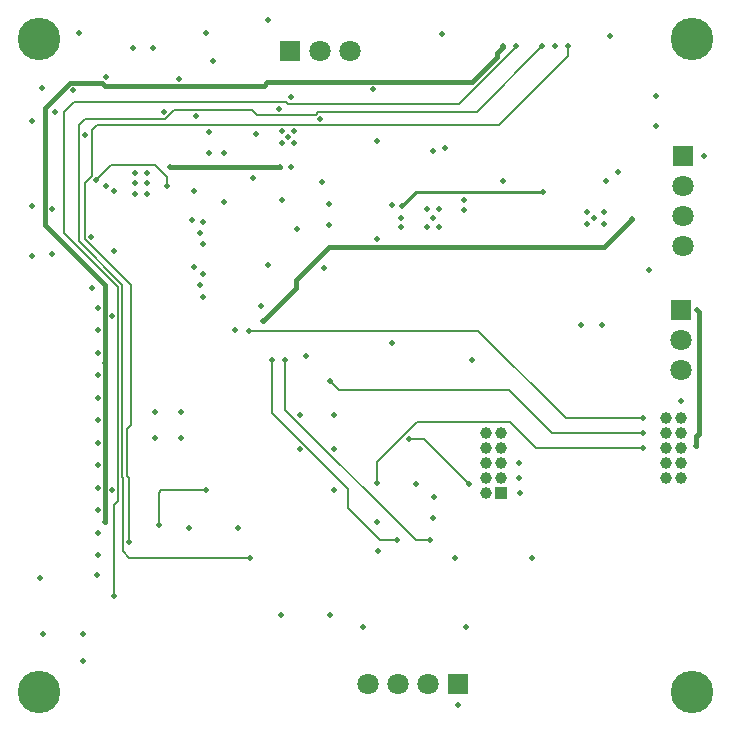
<source format=gbl>
G04*
G04 #@! TF.GenerationSoftware,Altium Limited,Altium Designer,22.2.1 (43)*
G04*
G04 Layer_Physical_Order=4*
G04 Layer_Color=16711680*
%FSLAX25Y25*%
%MOIN*%
G70*
G04*
G04 #@! TF.SameCoordinates,8235A018-37D0-441A-9F77-F42B88AFE5DC*
G04*
G04*
G04 #@! TF.FilePolarity,Positive*
G04*
G01*
G75*
%ADD15C,0.00800*%
%ADD126C,0.00900*%
%ADD127C,0.01500*%
%ADD130R,0.07087X0.07087*%
%ADD131C,0.07087*%
%ADD132R,0.03960X0.03960*%
%ADD133C,0.03960*%
%ADD134R,0.07087X0.07087*%
%ADD135C,0.14173*%
%ADD136C,0.02000*%
D15*
X112380Y70723D02*
X123063Y60039D01*
X128667D01*
X91514Y103473D02*
X134948Y60039D01*
X91514Y103473D02*
Y119943D01*
X134948Y60039D02*
X139667D01*
X34449Y71755D02*
X35846Y73152D01*
X35756Y80321D02*
Y144363D01*
X37246Y56221D02*
X39484Y53983D01*
X37156Y80900D02*
Y145094D01*
Y80900D02*
X37246Y80810D01*
X35846Y73152D02*
Y80230D01*
X37246Y56221D02*
Y80810D01*
X35756Y80321D02*
X35846Y80230D01*
X17717Y162402D02*
X35756Y144363D01*
X38615Y81420D02*
X39370Y80666D01*
X38615Y97173D02*
X39895Y98453D01*
X38615Y81420D02*
Y97173D01*
X22606Y159643D02*
X37156Y145094D01*
X39370Y59470D02*
Y80666D01*
Y59294D02*
Y59470D01*
X34449Y41339D02*
Y71755D01*
X17717Y162402D02*
Y202745D01*
X22606Y159643D02*
Y198274D01*
X24575Y160195D02*
Y179033D01*
Y160195D02*
X39895Y144875D01*
Y98453D02*
Y144875D01*
X112380Y70723D02*
Y77024D01*
X87024Y102379D02*
X112380Y77024D01*
X87024Y102379D02*
Y119943D01*
X155728Y129831D02*
X184929Y100630D01*
X79309Y129831D02*
X155728D01*
X106364Y113000D02*
X109364Y110000D01*
X166016D02*
X180308Y95709D01*
X109364Y110000D02*
X166016D01*
X184929Y100630D02*
X210630D01*
X180308Y95709D02*
X210630D01*
X39484Y53983D02*
X79724D01*
X50197Y76772D02*
X64961D01*
X49213Y75787D02*
X50197Y76772D01*
X49213Y64961D02*
Y75787D01*
X102103Y198274D02*
X162685D01*
X185730Y221319D02*
Y224623D01*
X162685Y198274D02*
X185730Y221319D01*
X102529Y202700D02*
X155223D01*
X177069Y224546D01*
X149220Y205262D02*
X168407Y224449D01*
Y224623D01*
X92509Y205262D02*
X149220D01*
X122047Y79180D02*
Y86058D01*
X132759Y93685D02*
X137614D01*
X135399Y99410D02*
X166465D01*
X122047Y86058D02*
X135399Y99410D01*
X166465D02*
X175166Y90709D01*
X210669D01*
X137614Y93685D02*
X152559Y78740D01*
X218386Y95669D02*
X218425Y95630D01*
X24575Y179033D02*
X26906Y181364D01*
Y196767D01*
X28575Y198435D01*
X101941D01*
X24606Y200274D02*
X51365D01*
X54453Y203362D01*
X22606Y198274D02*
X24606Y200274D01*
X80393Y203362D02*
X81970Y201786D01*
X101615D01*
X102529Y202700D01*
X54453Y203362D02*
X80393D01*
X101941Y198435D02*
X102103Y198274D01*
X17717Y202745D02*
X21108Y206136D01*
X28365Y179994D02*
X33410Y185039D01*
X21108Y206136D02*
X91635D01*
X92509Y205262D01*
X52165Y178035D02*
Y180884D01*
X33410Y185039D02*
X48010D01*
X52165Y180884D01*
X53069Y184270D02*
X53105Y184306D01*
D126*
X130352Y171260D02*
X135092Y176000D01*
X177362D01*
D127*
X31451Y65990D02*
Y118914D01*
X31405Y118959D02*
Y144893D01*
X31451Y65990D02*
X31496Y65945D01*
X31405Y118959D02*
X31451Y118914D01*
X228650Y136676D02*
Y136811D01*
Y136676D02*
X229219Y136107D01*
Y95520D02*
Y136107D01*
X228330Y94632D02*
X229219Y95520D01*
X228330Y91616D02*
Y94632D01*
X228235Y91520D02*
X228330Y91616D01*
X11396Y164902D02*
X31405Y144893D01*
X11396Y164902D02*
Y204157D01*
X84034Y133000D02*
X95080Y144046D01*
Y146813D01*
X106031Y157764D01*
X197723D01*
X207000Y167041D01*
X153748Y212618D02*
X162087Y220957D01*
X164077Y224488D02*
Y224623D01*
X162087Y220957D02*
Y222498D01*
X164077Y224488D01*
X85525Y212618D02*
X153748D01*
X11396Y204157D02*
X19696Y212457D01*
X30473D01*
X84317Y211410D02*
X85525Y212618D01*
X31520Y211410D02*
X84317D01*
X30473Y212457D02*
X31520Y211410D01*
X53105Y184306D02*
X89545D01*
D130*
X224000Y188172D02*
D03*
X223425Y136811D02*
D03*
D131*
X224000Y178172D02*
D03*
Y168172D02*
D03*
Y158172D02*
D03*
X103075Y222947D02*
D03*
X113075D02*
D03*
X223425Y116811D02*
D03*
Y126811D02*
D03*
X119000Y12000D02*
D03*
X129000D02*
D03*
X139000D02*
D03*
D132*
X163386Y75709D02*
D03*
D133*
Y80709D02*
D03*
X158386Y75709D02*
D03*
Y80709D02*
D03*
Y90709D02*
D03*
Y85709D02*
D03*
X163386Y90709D02*
D03*
Y85709D02*
D03*
Y95709D02*
D03*
X158386D02*
D03*
X223425Y80630D02*
D03*
Y85630D02*
D03*
X218425Y80630D02*
D03*
Y85630D02*
D03*
Y95630D02*
D03*
Y90630D02*
D03*
X223425Y95630D02*
D03*
Y90630D02*
D03*
Y100630D02*
D03*
X218425D02*
D03*
D134*
X93075Y222947D02*
D03*
X149000Y12000D02*
D03*
D135*
X9252Y9252D02*
D03*
X226969D02*
D03*
X9252Y226969D02*
D03*
X226969D02*
D03*
D136*
X128667Y60039D02*
D03*
X29000Y137500D02*
D03*
Y130000D02*
D03*
Y122500D02*
D03*
Y55000D02*
D03*
Y62500D02*
D03*
Y70000D02*
D03*
Y77500D02*
D03*
Y85000D02*
D03*
Y92500D02*
D03*
Y100000D02*
D03*
Y115000D02*
D03*
X31405Y119095D02*
D03*
X29000Y107500D02*
D03*
X28604Y48504D02*
D03*
X33846Y76772D02*
D03*
X31496Y65945D02*
D03*
X228650Y136811D02*
D03*
X228235Y91520D02*
D03*
X10500Y210607D02*
D03*
X33755Y134843D02*
D03*
X13746Y155512D02*
D03*
X26957Y144183D02*
D03*
X26575Y161024D02*
D03*
X153550Y120177D02*
D03*
X129921Y164370D02*
D03*
X122457Y56306D02*
D03*
X140748Y67323D02*
D03*
X139667Y60039D02*
D03*
X151631Y31000D02*
D03*
X117323Y31000D02*
D03*
X106364Y35000D02*
D03*
X90000D02*
D03*
X149000Y5000D02*
D03*
X91514Y119943D02*
D03*
X87024D02*
D03*
X84034Y133000D02*
D03*
X79309Y129831D02*
D03*
X106364Y113000D02*
D03*
X98207Y121441D02*
D03*
X127170Y125787D02*
D03*
X83220Y137969D02*
D03*
X122047Y160236D02*
D03*
X207000Y167041D02*
D03*
X212835Y150165D02*
D03*
X231000Y188000D02*
D03*
X151052Y173524D02*
D03*
X177362Y176000D02*
D03*
X130352Y171260D02*
D03*
X129921Y167323D02*
D03*
X106031Y164948D02*
D03*
X202216Y182710D02*
D03*
X151052Y169976D02*
D03*
X164077Y179857D02*
D03*
X104531Y150787D02*
D03*
X147910Y53983D02*
D03*
X173799D02*
D03*
X169606Y75709D02*
D03*
X190121Y131744D02*
D03*
X196922D02*
D03*
X24059Y19685D02*
D03*
X10827Y28543D02*
D03*
X9843Y47244D02*
D03*
X64961Y76772D02*
D03*
X49213Y64961D02*
D03*
X39370Y59470D02*
D03*
X59339Y63976D02*
D03*
X79724Y53983D02*
D03*
X24059Y28543D02*
D03*
X74803Y129921D02*
D03*
X75787Y63976D02*
D03*
X107656Y76772D02*
D03*
X141181Y74410D02*
D03*
X134941Y78740D02*
D03*
X214879Y198103D02*
D03*
Y208093D02*
D03*
X198524Y179857D02*
D03*
X185730Y224623D02*
D03*
X181400D02*
D03*
X177069Y224546D02*
D03*
X168407Y224623D02*
D03*
X164077D02*
D03*
X140748Y189650D02*
D03*
X122047Y192983D02*
D03*
X127170Y171812D02*
D03*
X106031Y172047D02*
D03*
X95451Y163809D02*
D03*
X90530Y173522D02*
D03*
X70866Y172672D02*
D03*
X60356Y166535D02*
D03*
X60941Y150870D02*
D03*
X223425Y106299D02*
D03*
X67234Y219748D02*
D03*
X41517Y182514D02*
D03*
Y178971D02*
D03*
Y175428D02*
D03*
X45454D02*
D03*
Y178971D02*
D03*
Y182514D02*
D03*
X92498Y194467D02*
D03*
X90530Y192498D02*
D03*
X90530Y196435D02*
D03*
X94467Y196435D02*
D03*
X94467Y192498D02*
D03*
X140748Y167323D02*
D03*
X142717Y170276D02*
D03*
X138779D02*
D03*
Y164370D02*
D03*
X142717D02*
D03*
X132759Y93685D02*
D03*
X169291Y85630D02*
D03*
Y80709D02*
D03*
X210669Y90709D02*
D03*
X210630Y95709D02*
D03*
X152559Y78740D02*
D03*
X122047Y79180D02*
D03*
X210630Y100630D02*
D03*
X34449Y41339D02*
D03*
X103637Y179380D02*
D03*
X64158Y158661D02*
D03*
X14764Y202700D02*
D03*
X28365Y179994D02*
D03*
X93482Y207612D02*
D03*
X120648Y210268D02*
D03*
X65945Y189069D02*
D03*
X143701Y228817D02*
D03*
X85827Y151772D02*
D03*
X93482Y184270D02*
D03*
X80709Y180684D02*
D03*
X122047Y65945D02*
D03*
X197835Y165354D02*
D03*
X191929D02*
D03*
Y169291D02*
D03*
X197835D02*
D03*
X194529Y167424D02*
D03*
X107600Y101727D02*
D03*
Y90215D02*
D03*
X96360D02*
D03*
Y101727D02*
D03*
X64158Y141142D02*
D03*
X70866Y189069D02*
D03*
X56840Y93947D02*
D03*
X48108D02*
D03*
X56840Y102538D02*
D03*
X48108D02*
D03*
X64158Y148622D02*
D03*
Y166142D02*
D03*
X89545Y184306D02*
D03*
X53069Y184270D02*
D03*
X62992Y144882D02*
D03*
Y162402D02*
D03*
X89264Y203786D02*
D03*
X61024Y176313D02*
D03*
X61577Y201362D02*
D03*
X81693Y195451D02*
D03*
X85731Y233246D02*
D03*
X102931Y200274D02*
D03*
X52165Y178035D02*
D03*
X6890Y199803D02*
D03*
X65945Y195866D02*
D03*
X24606Y195079D02*
D03*
X34461Y156496D02*
D03*
X13746Y170276D02*
D03*
X6890Y154528D02*
D03*
X34449Y176313D02*
D03*
X31754Y178085D02*
D03*
X20669Y210107D02*
D03*
X6890Y171260D02*
D03*
X199803Y227931D02*
D03*
X144685Y190530D02*
D03*
X31754Y214500D02*
D03*
X47305Y224079D02*
D03*
X40612D02*
D03*
X64961Y229000D02*
D03*
X22638D02*
D03*
X50963Y202700D02*
D03*
X56163Y213760D02*
D03*
M02*

</source>
